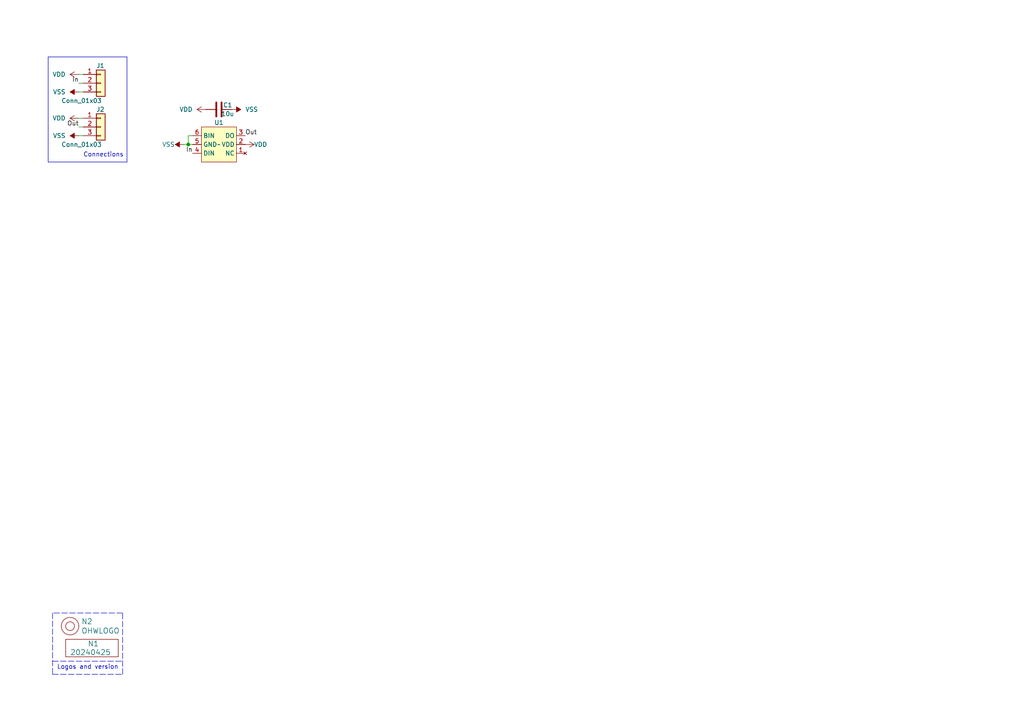
<source format=kicad_sch>
(kicad_sch (version 20230121) (generator eeschema)
  (paper "A4")
  (lib_symbols
    (symbol "Connector_Generic:Conn_01x03" (pin_names (offset 1.016) hide)
      (property "Reference" "J" (at 0 5.08 0))
      (property "Value" "Conn_01x03" (at 0 -5.08 0))
      (symbol "Conn_01x03_1_1"
        (rectangle (start -1.27 -2.413) (end 0 -2.667) (stroke (width 0.1524)))
        (rectangle (start -1.27 0.127) (end 0 -0.127) (stroke (width 0.1524)))
        (rectangle (start -1.27 2.667) (end 0 2.413) (stroke (width 0.1524)))
        (rectangle (start -1.27 3.81) (end 1.27 -3.81) (stroke (width 0.254)) (fill (type background)))
        (pin passive line (at -5.08 2.54 0) (length 3.81) (name "Pin_1") (number "1"))
        (pin passive line (at -5.08 0 0) (length 3.81) (name "Pin_2") (number "2"))
        (pin passive line (at -5.08 -2.54 0) (length 3.81) (name "Pin_3") (number "3"))
      )
    )
    (symbol "Device:C" (pin_numbers hide) (pin_names (offset 0.254))
      (property "Reference" "C" (at 0.635 2.54 0))
      (property "Value" "C" (at 0.635 -2.54 0))
      (symbol "C_0_1"
        (polyline (pts (xy -2.032 -0.762) (xy 2.032 -0.762)) (stroke (width 0.508)))
        (polyline (pts (xy -2.032 0.762) (xy 2.032 0.762)) (stroke (width 0.508)))
      )
      (symbol "C_1_1"
        (pin passive line (at 0 3.81 270) (length 2.794) (name "~") (number "1"))
        (pin passive line (at 0 -3.81 90) (length 2.794) (name "~") (number "2"))
      )
    )
    (symbol "SquantorLabels:OHWLOGO" (pin_names (offset 1.016))
      (property "Reference" "N" (at 0 3.81 0))
      (property "Value" "OHWLOGO" (at 0 -3.81 0))
      (symbol "OHWLOGO_0_1"
        (circle (center 0 0) (radius 1.27))
        (circle (center 0 0) (radius 2.54))
      )
    )
    (symbol "SquantorLabels:VYYYYMMDD" (pin_names (offset 1.016))
      (property "Reference" "N" (at 0 2.54 0))
      (property "Value" "VYYYYMMDD" (at 0 0 0))
      (symbol "VYYYYMMDD_0_1"
        (rectangle (start 7.62 -1.27) (end -7.62 3.81))
      )
    )
    (symbol "SquantorOpto:WS2813E"
      (property "Reference" "U" (at 0 8.89 0))
      (symbol "WS2813E_1_1"
        (rectangle (start -5.08 5.08) (end 5.08 -5.08) (fill (type background)))
        (pin no_connect line (at 7.62 -2.54 180) (length 2.54) (name "NC") (number "1"))
        (pin power_in line (at 7.62 0 180) (length 2.54) (name "VDD") (number "2"))
        (pin output line (at 7.62 2.54 180) (length 2.54) (name "DO") (number "3"))
        (pin input line (at -7.62 -2.54 0) (length 2.54) (name "DIN") (number "4"))
        (pin power_in line (at -7.62 0 0) (length 2.54) (name "GND") (number "5"))
        (pin input line (at -7.62 2.54 0) (length 2.54) (name "BIN") (number "6"))
      )
    )
    (symbol "power:VDD" (power) (pin_names (offset 0))
      (property "Value" "VDD" (at 0 3.81 0))
      (symbol "VDD_0_1"
        (polyline (pts (xy -0.762 1.27) (xy 0 2.54)))
        (polyline (pts (xy 0 0) (xy 0 2.54)))
        (polyline (pts (xy 0 2.54) (xy 0.762 1.27)))
      )
      (symbol "VDD_1_1"
        (pin power_in line (at 0 0 90) (length 0) hide (name "VDD") (number "1"))
      )
    )
    (symbol "power:VSS" (power) (pin_names (offset 0))
      (property "Value" "VSS" (at 0 3.81 0))
      (symbol "VSS_0_1"
        (polyline (pts (xy 0 0) (xy 0 2.54)))
        (polyline (pts (xy 0.762 1.27) (xy -0.762 1.27) (xy 0 2.54) (xy 0.762 1.27)) (fill (type outline)))
      )
      (symbol "VSS_1_1"
        (pin power_in line (at 0 0 90) (length 0) hide (name "VSS") (number "1"))
      )
    )
  )
  (junction (at 54.61 41.91))
  (wire (pts (xy 54.61 39.37) (xy 54.61 41.91)))
  (wire (pts (xy 22.86 34.29) (xy 24.13 34.29)))
  (polyline (pts (xy 15.24 191.77) (xy 35.56 191.77)) (stroke (width 0) (type dash)))
  (wire (pts (xy 22.86 26.67) (xy 24.13 26.67)))
  (polyline (pts (xy 15.24 177.8) (xy 15.24 195.58)) (stroke (width 0) (type dash)))
  (wire (pts (xy 54.61 41.91) (xy 55.88 41.91)))
  (polyline (pts (xy 35.56 195.58) (xy 35.56 177.8)) (stroke (width 0) (type dash)))
  (polyline (pts (xy 13.97 46.99) (xy 36.83 46.99)))
  (wire (pts (xy 22.86 39.37) (xy 24.13 39.37)))
  (wire (pts (xy 22.86 21.59) (xy 24.13 21.59)))
  (wire (pts (xy 53.34 41.91) (xy 54.61 41.91)))
  (wire (pts (xy 22.86 24.13) (xy 24.13 24.13)))
  (wire (pts (xy 22.86 36.83) (xy 24.13 36.83)))
  (polyline (pts (xy 36.83 16.51) (xy 13.97 16.51)))
  (wire (pts (xy 55.88 39.37) (xy 54.61 39.37)))
  (polyline (pts (xy 15.24 195.58) (xy 35.56 195.58)) (stroke (width 0) (type dash)))
  (polyline (pts (xy 36.83 46.99) (xy 36.83 16.51)))
  (polyline (pts (xy 35.56 177.8) (xy 15.24 177.8)) (stroke (width 0) (type dash)))
  (polyline (pts (xy 13.97 16.51) (xy 13.97 46.99)))
  (text "Connections" (at 24.13 45.72 0) (effects (font (size 1.27 1.27)) (justify left bottom)))
  (text "Logos and version" (at 16.51 194.31 0) (effects (font (size 1.27 1.27)) (justify left bottom)))
  (label "In" (at 55.88 44.45 180))
  (label "In" (at 22.86 24.13 180))
  (label "Out" (at 22.86 36.83 180))
  (label "Out" (at 71.12 39.37 0))
  (symbol (lib_id "SquantorLabels:VYYYYMMDD") (at 26.67 189.23 0) (unit 1)
    (property "Reference" "N1" (at 25.4 186.69 0) (effects (font (size 1.524 1.524)) (justify left)))
    (property "Value" "20240425" (at 20.32 189.23 0) (effects (font (size 1.524 1.524)) (justify left)))
    (property "Footprint" "SquantorLabels:Label_Generic" (effects hide))
  )
  (symbol (lib_id "SquantorLabels:OHWLOGO") (at 20.32 181.61 0) (unit 1)
    (property "Reference" "N2" (at 23.5712 180.2638 0) (effects (font (size 1.524 1.524)) (justify left)))
    (property "Value" "OHWLOGO" (at 23.5712 182.9562 0) (effects (font (size 1.524 1.524)) (justify left)))
    (property "Footprint" "Symbol:OSHW-Symbol_6.7x6mm_SilkScreen" (effects hide))
  )
  (symbol (lib_id "power:VDD") (at 59.69 31.75 90) (unit 1)
    (property "Reference" "#PWR08" (effects hide))
    (property "Value" "VDD" (at 55.88 31.75 90) (effects (justify left)))
  )
  (symbol (lib_id "Connector_Generic:Conn_01x03") (at 29.21 24.13 0) (unit 1)
    (property "Reference" "J1" (at 27.94 19.05 0) (effects (justify left)))
    (property "Value" "Conn_01x03" (at 17.78 29.21 0) (effects (justify left)))
    (property "Footprint" "SquantorConnectors:pads-0200-1x03-W012-D020" (effects hide))
  )
  (symbol (lib_id "power:VDD") (at 22.86 34.29 90) (unit 1)
    (property "Reference" "#PWR03" (effects hide))
    (property "Value" "VDD" (at 19.05 34.29 90) (effects (justify left)))
  )
  (symbol (lib_id "power:VDD") (at 71.12 41.91 270) (unit 1)
    (property "Reference" "#PWR07" (effects hide))
    (property "Value" "VDD" (at 73.66 41.91 90) (effects (justify left)))
  )
  (symbol (lib_id "SquantorOpto:WS2813E") (at 63.5 41.91 0) (unit 1)
    (property "Reference" "U1" (at 63.5 35.56 0))
    (property "Value" "~" (at 63.5 41.91 0))
    (property "Footprint" "SquantorOpto:WS2813E" (effects hide))
  )
  (symbol (lib_id "power:VDD") (at 22.86 21.59 90) (unit 1)
    (property "Reference" "#PWR01" (effects hide))
    (property "Value" "VDD" (at 19.05 21.59 90) (effects (justify left)))
  )
  (symbol (lib_id "power:VSS") (at 22.86 26.67 90) (unit 1)
    (property "Reference" "#PWR02" (effects hide))
    (property "Value" "VSS" (at 19.05 26.67 90) (effects (justify left)))
  )
  (symbol (lib_id "power:VSS") (at 67.31 31.75 270) (unit 1)
    (property "Reference" "#PWR010" (effects hide))
    (property "Value" "VSS" (at 71.12 31.75 90) (effects (justify left)))
  )
  (symbol (lib_id "power:VSS") (at 53.34 41.91 90) (unit 1)
    (property "Reference" "#PWR09" (effects hide))
    (property "Value" "VSS" (at 46.99 41.91 90) (effects (justify right)))
  )
  (symbol (lib_id "Device:C") (at 63.5 31.75 90) (unit 1)
    (property "Reference" "C1" (at 66.04 30.48 90))
    (property "Value" "10u" (at 66.04 33.02 90))
    (property "Footprint" "SquantorCapacitor:C_0805+0603" (effects hide))
  )
  (symbol (lib_id "Connector_Generic:Conn_01x03") (at 29.21 36.83 0) (unit 1)
    (property "Reference" "J2" (at 27.94 31.75 0) (effects (justify left)))
    (property "Value" "Conn_01x03" (at 17.78 41.91 0) (effects (justify left)))
    (property "Footprint" "SquantorConnectors:pads-0200-1x03-W012-D020" (effects hide))
  )
  (symbol (lib_id "power:VSS") (at 22.86 39.37 90) (unit 1)
    (property "Reference" "#PWR04" (effects hide))
    (property "Value" "VSS" (at 19.05 39.37 90) (effects (justify left)))
  )
)
</source>
